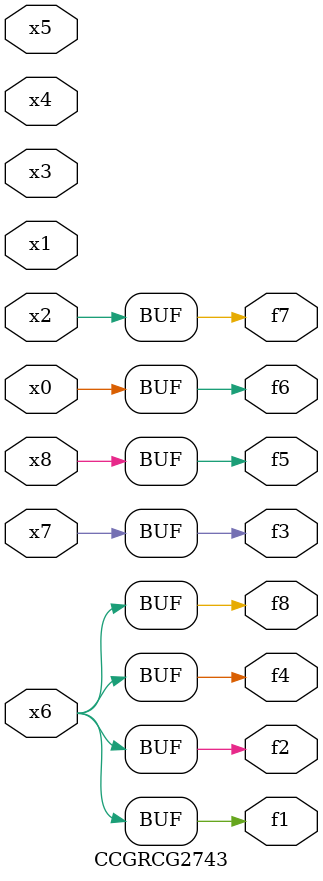
<source format=v>
module CCGRCG2743(
	input x0, x1, x2, x3, x4, x5, x6, x7, x8,
	output f1, f2, f3, f4, f5, f6, f7, f8
);
	assign f1 = x6;
	assign f2 = x6;
	assign f3 = x7;
	assign f4 = x6;
	assign f5 = x8;
	assign f6 = x0;
	assign f7 = x2;
	assign f8 = x6;
endmodule

</source>
